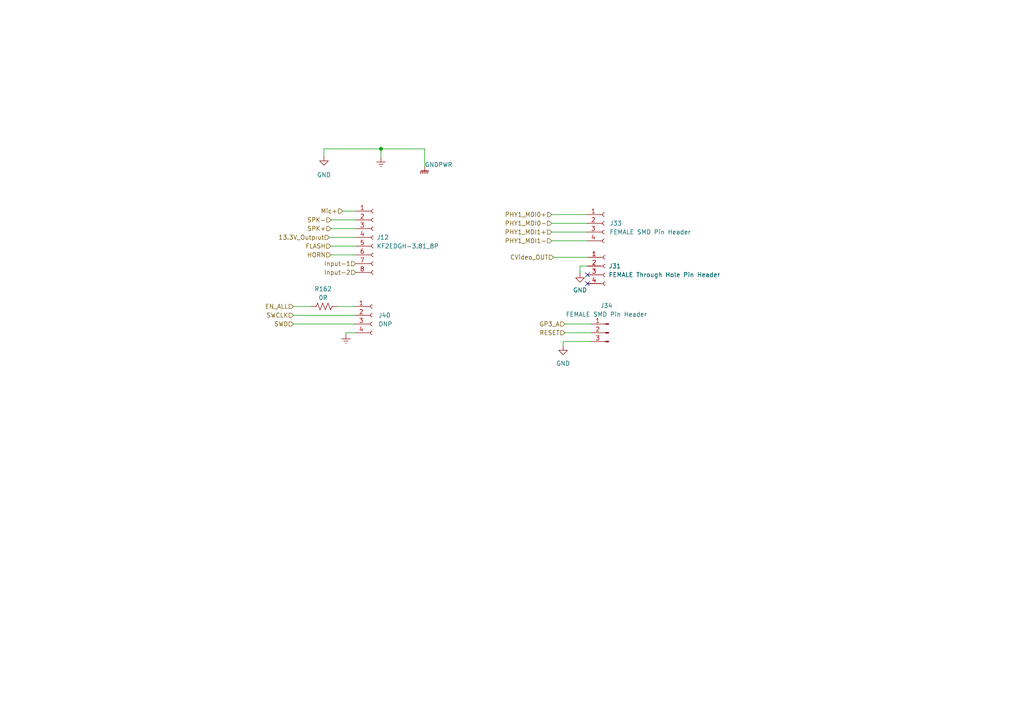
<source format=kicad_sch>
(kicad_sch (version 20230819) (generator eeschema)
  (paper "A4")
  (lib_symbols
    (symbol "Connector:Conn_01x03_Pin" (pin_names (offset 1.016) hide)
      (property "Reference" "J" (at 0 5.08 0))
      (property "Value" "Conn_01x03_Pin" (at 0 -5.08 0))
      (symbol "Conn_01x03_Pin_1_1"
        (polyline (pts (xy 1.27 -2.54) (xy 0.8636 -2.54)) (stroke (width 0.1524)))
        (polyline (pts (xy 1.27 0) (xy 0.8636 0)) (stroke (width 0.1524)))
        (polyline (pts (xy 1.27 2.54) (xy 0.8636 2.54)) (stroke (width 0.1524)))
        (rectangle (start 0.8636 -2.413) (end 0 -2.667) (stroke (width 0.1524)) (fill (type outline)))
        (rectangle (start 0.8636 0.127) (end 0 -0.127) (stroke (width 0.1524)) (fill (type outline)))
        (rectangle (start 0.8636 2.667) (end 0 2.413) (stroke (width 0.1524)) (fill (type outline)))
        (pin passive line (at 5.08 2.54 180) (length 3.81) (name "Pin_1") (number "1"))
        (pin passive line (at 5.08 0 180) (length 3.81) (name "Pin_2") (number "2"))
        (pin passive line (at 5.08 -2.54 180) (length 3.81) (name "Pin_3") (number "3"))
      )
    )
    (symbol "Connector:Conn_01x04_Socket" (pin_names (offset 1.016) hide)
      (property "Reference" "J" (at 0 5.08 0))
      (property "Value" "Conn_01x04_Socket" (at 0 -7.62 0))
      (symbol "Conn_01x04_Socket_1_1"
        (arc (start 0 -4.572) (mid -0.5058 -5.08) (end 0 -5.588) (stroke (width 0.1524)))
        (arc (start 0 -2.032) (mid -0.5058 -2.54) (end 0 -3.048) (stroke (width 0.1524)))
        (polyline (pts (xy -1.27 -5.08) (xy -0.508 -5.08)) (stroke (width 0.1524)))
        (polyline (pts (xy -1.27 -2.54) (xy -0.508 -2.54)) (stroke (width 0.1524)))
        (polyline (pts (xy -1.27 0) (xy -0.508 0)) (stroke (width 0.1524)))
        (polyline (pts (xy -1.27 2.54) (xy -0.508 2.54)) (stroke (width 0.1524)))
        (arc (start 0 0.508) (mid -0.5058 0) (end 0 -0.508) (stroke (width 0.1524)))
        (arc (start 0 3.048) (mid -0.5058 2.54) (end 0 2.032) (stroke (width 0.1524)))
        (pin passive line (at -5.08 2.54 0) (length 3.81) (name "Pin_1") (number "1"))
        (pin passive line (at -5.08 0 0) (length 3.81) (name "Pin_2") (number "2"))
        (pin passive line (at -5.08 -2.54 0) (length 3.81) (name "Pin_3") (number "3"))
        (pin passive line (at -5.08 -5.08 0) (length 3.81) (name "Pin_4") (number "4"))
      )
    )
    (symbol "Connector:Conn_01x08_Socket" (pin_names (offset 1.016) hide)
      (property "Reference" "J" (at 0 10.16 0))
      (property "Value" "Conn_01x08_Socket" (at 0 -12.7 0))
      (symbol "Conn_01x08_Socket_1_1"
        (arc (start 0 -9.652) (mid -0.5058 -10.16) (end 0 -10.668) (stroke (width 0.1524)))
        (arc (start 0 -7.112) (mid -0.5058 -7.62) (end 0 -8.128) (stroke (width 0.1524)))
        (arc (start 0 -4.572) (mid -0.5058 -5.08) (end 0 -5.588) (stroke (width 0.1524)))
        (arc (start 0 -2.032) (mid -0.5058 -2.54) (end 0 -3.048) (stroke (width 0.1524)))
        (polyline (pts (xy -1.27 -10.16) (xy -0.508 -10.16)) (stroke (width 0.1524)))
        (polyline (pts (xy -1.27 -7.62) (xy -0.508 -7.62)) (stroke (width 0.1524)))
        (polyline (pts (xy -1.27 -5.08) (xy -0.508 -5.08)) (stroke (width 0.1524)))
        (polyline (pts (xy -1.27 -2.54) (xy -0.508 -2.54)) (stroke (width 0.1524)))
        (polyline (pts (xy -1.27 0) (xy -0.508 0)) (stroke (width 0.1524)))
        (polyline (pts (xy -1.27 2.54) (xy -0.508 2.54)) (stroke (width 0.1524)))
        (polyline (pts (xy -1.27 5.08) (xy -0.508 5.08)) (stroke (width 0.1524)))
        (polyline (pts (xy -1.27 7.62) (xy -0.508 7.62)) (stroke (width 0.1524)))
        (arc (start 0 0.508) (mid -0.5058 0) (end 0 -0.508) (stroke (width 0.1524)))
        (arc (start 0 3.048) (mid -0.5058 2.54) (end 0 2.032) (stroke (width 0.1524)))
        (arc (start 0 5.588) (mid -0.5058 5.08) (end 0 4.572) (stroke (width 0.1524)))
        (arc (start 0 8.128) (mid -0.5058 7.62) (end 0 7.112) (stroke (width 0.1524)))
        (pin passive line (at -5.08 7.62 0) (length 3.81) (name "Pin_1") (number "1"))
        (pin passive line (at -5.08 5.08 0) (length 3.81) (name "Pin_2") (number "2"))
        (pin passive line (at -5.08 2.54 0) (length 3.81) (name "Pin_3") (number "3"))
        (pin passive line (at -5.08 0 0) (length 3.81) (name "Pin_4") (number "4"))
        (pin passive line (at -5.08 -2.54 0) (length 3.81) (name "Pin_5") (number "5"))
        (pin passive line (at -5.08 -5.08 0) (length 3.81) (name "Pin_6") (number "6"))
        (pin passive line (at -5.08 -7.62 0) (length 3.81) (name "Pin_7") (number "7"))
        (pin passive line (at -5.08 -10.16 0) (length 3.81) (name "Pin_8") (number "8"))
      )
    )
    (symbol "Device:R_US" (pin_numbers hide) (pin_names (offset 0))
      (property "Reference" "R" (at 2.54 0 90))
      (property "Value" "R_US" (at -2.54 0 90))
      (symbol "R_US_0_1"
        (polyline (pts (xy 0 -2.286) (xy 0 -2.54)))
        (polyline (pts (xy 0 2.286) (xy 0 2.54)))
        (polyline (pts (xy 0 -0.762) (xy 1.016 -1.143) (xy 0 -1.524) (xy -1.016 -1.905) (xy 0 -2.286)))
        (polyline (pts (xy 0 0.762) (xy 1.016 0.381) (xy 0 0) (xy -1.016 -0.381) (xy 0 -0.762)))
        (polyline (pts (xy 0 2.286) (xy 1.016 1.905) (xy 0 1.524) (xy -1.016 1.143) (xy 0 0.762)))
      )
      (symbol "R_US_1_1"
        (pin passive line (at 0 3.81 270) (length 1.27) (name "~") (number "1"))
        (pin passive line (at 0 -3.81 90) (length 1.27) (name "~") (number "2"))
      )
    )
    (symbol "power:Earth" (power) (pin_names (offset 0))
      (symbol "Earth_0_1"
        (polyline (pts (xy -0.635 -1.905) (xy 0.635 -1.905)))
        (polyline (pts (xy -0.127 -2.54) (xy 0.127 -2.54)))
        (polyline (pts (xy 0 -1.27) (xy 0 0)))
        (polyline (pts (xy 1.27 -1.27) (xy -1.27 -1.27)))
      )
      (symbol "Earth_1_1"
        (pin power_in line (at 0 0 270) (length 0) hide (name "Earth") (number "1"))
      )
    )
    (symbol "power:GND" (power) (pin_names (offset 0))
      (property "Value" "GND" (at 0 -3.81 0))
      (symbol "GND_0_1"
        (polyline (pts (xy 0 0) (xy 0 -1.27) (xy 1.27 -1.27) (xy 0 -2.54) (xy -1.27 -1.27) (xy 0 -1.27)))
      )
      (symbol "GND_1_1"
        (pin power_in line (at 0 0 270) (length 0) hide (name "GND") (number "1"))
      )
    )
    (symbol "power:GNDPWR" (power) (pin_names (offset 0))
      (property "Value" "GNDPWR" (at 0 -3.302 0))
      (symbol "GNDPWR_0_1"
        (polyline (pts (xy 0 -1.27) (xy 0 0)))
        (polyline (pts (xy -1.016 -1.27) (xy -1.27 -2.032) (xy -1.27 -2.032)) (stroke (width 0.2032)))
        (polyline (pts (xy -0.508 -1.27) (xy -0.762 -2.032) (xy -0.762 -2.032)) (stroke (width 0.2032)))
        (polyline (pts (xy 0 -1.27) (xy -0.254 -2.032) (xy -0.254 -2.032)) (stroke (width 0.2032)))
        (polyline (pts (xy 0.508 -1.27) (xy 0.254 -2.032) (xy 0.254 -2.032)) (stroke (width 0.2032)))
        (polyline (pts (xy 1.016 -1.27) (xy -1.016 -1.27) (xy -1.016 -1.27)) (stroke (width 0.2032)))
        (polyline (pts (xy 1.016 -1.27) (xy 0.762 -2.032) (xy 0.762 -2.032) (xy 0.762 -2.032)) (stroke (width 0.2032)))
      )
      (symbol "GNDPWR_1_1"
        (pin power_in line (at 0 0 270) (length 0) hide (name "GNDPWR") (number "1"))
      )
    )
  )
  (junction (at 110.49 43.18))
  (no_connect (at 170.4019 82.2478))
  (no_connect (at 170.4019 79.7078))
  (wire (pts (xy 123.19 43.18) (xy 110.49 43.18)))
  (wire (pts (xy 85.09 88.9) (xy 90.17 88.9)))
  (wire (pts (xy 168.2241 77.1678) (xy 168.2241 78.74)))
  (wire (pts (xy 160.02 67.31) (xy 170.18 67.31)))
  (wire (pts (xy 168.2241 78.74) (xy 168.2294 78.74)))
  (wire (pts (xy 103.1713 73.9364) (xy 102.3997 73.9364)))
  (wire (pts (xy 110.49 43.18) (xy 110.49 45.72)))
  (wire (pts (xy 160.02 69.85) (xy 170.18 69.85)))
  (wire (pts (xy 168.2294 78.74) (xy 168.2294 79.3113)))
  (wire (pts (xy 100.33 96.52) (xy 100.33 97.028)))
  (wire (pts (xy 96.0243 63.7919) (xy 96.0243 63.7764)))
  (wire (pts (xy 163.322 99.06) (xy 163.322 100.33)))
  (wire (pts (xy 85.09 93.98) (xy 102.87 93.98)))
  (wire (pts (xy 103.1713 71.3964) (xy 102.1457 71.3964)))
  (wire (pts (xy 102.1457 71.3964) (xy 102.1457 71.3954)))
  (wire (pts (xy 95.5081 68.854) (xy 95.5081 68.8564)))
  (wire (pts (xy 170.4019 77.1678) (xy 168.2241 77.1678)))
  (wire (pts (xy 123.19 48.26) (xy 123.19 43.18)))
  (wire (pts (xy 95.956 71.3954) (xy 102.1457 71.3954)))
  (wire (pts (xy 96.0423 66.3091) (xy 96.0423 66.3164)))
  (wire (pts (xy 110.49 43.18) (xy 93.9594 43.18)))
  (wire (pts (xy 102.87 96.52) (xy 100.33 96.52)))
  (wire (pts (xy 85.09 91.44) (xy 102.87 91.44)))
  (wire (pts (xy 163.83 93.98) (xy 171.45 93.98)))
  (wire (pts (xy 102.3997 73.9354) (xy 95.956 73.9354)))
  (wire (pts (xy 96.0243 63.7764) (xy 103.1713 63.7764)))
  (wire (pts (xy 93.9594 43.18) (xy 93.9594 45.3968)))
  (wire (pts (xy 97.79 88.9) (xy 102.87 88.9)))
  (wire (pts (xy 95.5081 68.8564) (xy 103.1713 68.8564)))
  (wire (pts (xy 99.3776 61.226) (xy 99.3776 61.2364)))
  (wire (pts (xy 160.02 62.23) (xy 170.18 62.23)))
  (wire (pts (xy 102.3997 73.9364) (xy 102.3997 73.9354)))
  (wire (pts (xy 171.45 99.06) (xy 163.322 99.06)))
  (wire (pts (xy 96.0423 66.3164) (xy 103.1713 66.3164)))
  (wire (pts (xy 163.83 96.52) (xy 171.45 96.52)))
  (wire (pts (xy 160.02 64.77) (xy 170.18 64.77)))
  (wire (pts (xy 170.4019 74.6278) (xy 160.5317 74.6278)))
  (wire (pts (xy 99.3776 61.2364) (xy 103.1713 61.2364)))
  (hierarchical_label "GP3_A" (shape input) (at 163.83 93.98 180))
  (hierarchical_label "PHY1_MDI1+" (shape input) (at 160.02 67.31 180))
  (hierarchical_label "RESET" (shape input) (at 163.83 96.52 180))
  (hierarchical_label "PHY1_MDI1-" (shape input) (at 160.02 69.85 180))
  (hierarchical_label "SPK+" (shape input) (at 96.0423 66.3091 180))
  (hierarchical_label "PHY1_MDI0-" (shape input) (at 160.02 64.77 180))
  (hierarchical_label "PHY1_MDI0+" (shape input) (at 160.02 62.23 180))
  (hierarchical_label "Mic+" (shape input) (at 99.3776 61.226 180))
  (hierarchical_label "Input-2" (shape input) (at 103.1713 79.0164 180))
  (hierarchical_label "SWCLK" (shape input) (at 85.09 91.44 180))
  (hierarchical_label "HORN" (shape input) (at 95.956 73.9354 180))
  (hierarchical_label "CVideo_OUT" (shape input) (at 160.5317 74.6278 180))
  (hierarchical_label "SWD" (shape input) (at 85.09 93.98 180))
  (hierarchical_label "EN_ALL" (shape input) (at 85.09 88.9 180))
  (hierarchical_label "Input-1" (shape input) (at 103.1713 76.4764 180))
  (hierarchical_label "FLASH" (shape input) (at 95.956 71.3954 180))
  (hierarchical_label "13.3V_Outpıut" (shape input) (at 95.5081 68.854 180))
  (hierarchical_label "SPK-" (shape input) (at 96.0243 63.7919 180))
  (symbol (lib_id "Device:R_US") (at 93.98 88.9 90) (unit 1)
    (property "Reference" "R162" (at 93.726 83.82 90))
    (property "Value" "0R" (at 93.726 86.36 90))
    (property "Footprint" "Resistor_SMD:R_0603_1608Metric" (effects hide))
    (property "Description" "Resistor, US symbol" (effects hide))
    (instances (project "RP2040_minimal" (path "" (reference "R162") (unit 1)) (path "" (reference "R177") (unit 1))))
  )
  (symbol (lib_id "Connector:Conn_01x04_Socket") (at 175.26 64.77 0) (unit 1)
    (property "Reference" "J33" (at 176.784 64.7699 0) (effects (justify left)))
    (property "Value" "FEMALE SMD Pin Header" (at 176.784 67.3099 0) (effects (justify left)))
    (property "Footprint" "Connector_PinSocket_2.54mm:PinSocket_2x02_P2.54mm_Vertical_SMD" (effects hide))
    (property "Description" "Generic connector, single row, 01x04, script generated" (effects hide))
  )
  (symbol (lib_id "Connector:Conn_01x04_Socket") (at 175.4819 77.1678 0) (unit 1)
    (property "Reference" "J31" (at 176.53 77.1677 0) (effects (justify left)))
    (property "Value" "FEMALE Through Hole Pin Header" (at 176.53 79.7077 0) (effects (justify left)))
    (property "Footprint" "Connector_PinSocket_2.54mm:PinSocket_2x02_P2.54mm_Vertical" (effects hide))
    (property "Description" "Generic connector, single row, 01x04, script generated" (effects hide))
  )
  (symbol (lib_id "power:GND") (at 93.9594 45.3968 0) (mirror y) (unit 1)
    (property "Reference" "#PWR0146" (effects hide))
    (property "Value" "GND" (at 93.9594 50.7308 0))
    (property "Description" "Power symbol creates a global label with name \"GND\" , ground" (effects hide))
  )
  (symbol (lib_id "Connector:Conn_01x08_Socket") (at 108.2513 68.8564 0) (unit 1)
    (property "Reference" "J12" (at 109.22 68.8563 0) (effects (justify left)))
    (property "Value" "KF2EDGH-3.81_8P" (at 109.22 71.3963 0) (effects (justify left)))
    (property "Footprint" "KF2EDGH:KF2EDGH-3.81_8P" (effects hide))
    (property "Description" "Generic connector, single row, 01x08, script generated" (effects hide))
  )
  (symbol (lib_id "power:GND") (at 168.2294 79.3113 0) (unit 1)
    (property "Reference" "#PWR0228" (effects hide))
    (property "Value" "GND" (at 168.2294 84.1387 0))
    (property "Description" "Power symbol creates a global label with name \"GND\" , ground" (effects hide))
  )
  (symbol (lib_id "power:GND") (at 163.322 100.33 0) (unit 1)
    (property "Reference" "#PWR0226" (effects hide))
    (property "Value" "GND" (at 163.322 105.41 0))
    (property "Description" "Power symbol creates a global label with name \"GND\" , ground" (effects hide))
  )
  (symbol (lib_id "power:GNDPWR") (at 123.19 48.26 0) (unit 1)
    (property "Reference" "#PWR027" (effects hide))
    (property "Value" "GNDPWR" (at 123.19 47.7688 0) (effects (justify left)))
    (instances (project "RP2040_minimal" (path "" (reference "#PWR027") (unit 1)) (path "" (reference "#PWR0233") (unit 1))))
  )
  (symbol (lib_id "Connector:Conn_01x03_Pin") (at 176.53 96.52 0) (mirror y) (unit 1)
    (property "Reference" "J34" (at 175.895 88.646 0))
    (property "Value" "FEMALE SMD Pin Header" (at 175.895 91.186 0))
    (property "Footprint" "Connector_PinSocket_2.54mm:PinSocket_1x03_P2.54mm_Vertical_SMD_Pin1Left" (effects hide))
    (property "Description" "Generic connector, single row, 01x03, script generated" (effects hide))
  )
  (symbol (lib_id "power:Earth") (at 110.49 45.72 0) (unit 1)
    (property "Reference" "#PWR0162" (effects hide))
    (property "Value" "Earth" (effects hide))
    (property "Description" "Power symbol creates a global label with name \"Earth\"" (effects hide))
  )
  (symbol (lib_id "Connector:Conn_01x04_Socket") (at 107.95 91.44 0) (unit 1)
    (property "Reference" "J40" (at 109.728 91.4399 0) (effects (justify left)))
    (property "Value" "DNP" (at 109.728 93.9799 0) (effects (justify left)))
    (property "Footprint" "Connector_PinSocket_2.00mm:PinSocket_1x04_P2.00mm_Vertical" (effects hide))
    (property "Description" "Generic connector, single row, 01x04, script generated" (effects hide))
  )
  (symbol (lib_id "power:Earth") (at 100.33 97.028 0) (unit 1)
    (property "Reference" "#PWR0234" (effects hide))
    (property "Value" "Earth" (effects hide))
    (property "Description" "Power symbol creates a global label with name \"Earth\"" (effects hide))
  )
)
</source>
